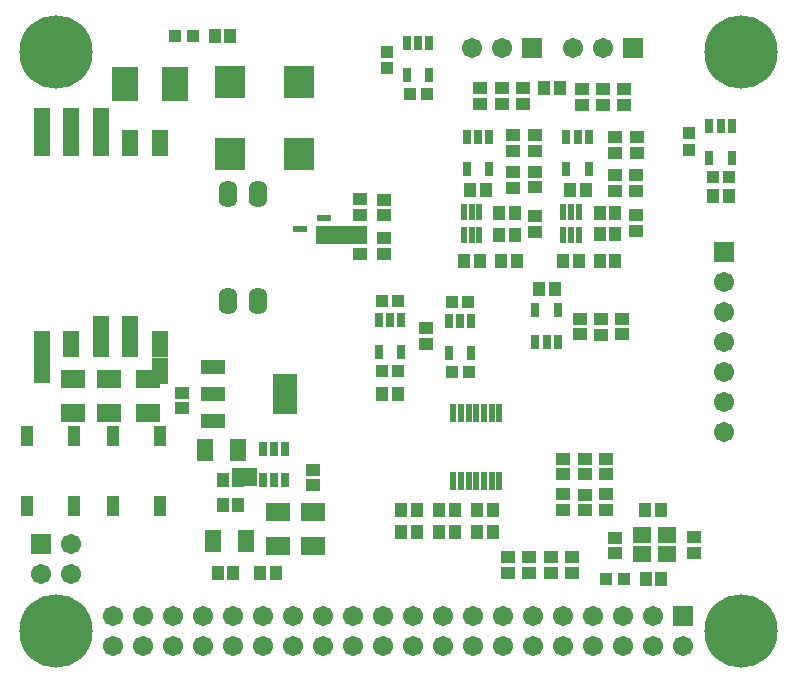
<source format=gts>
G04*
G04 #@! TF.GenerationSoftware,Altium Limited,Altium Designer,20.1.8 (145)*
G04*
G04 Layer_Color=8388736*
%FSLAX44Y44*%
%MOMM*%
G71*
G04*
G04 #@! TF.SameCoordinates,D5C0B3DD-F8AF-49D1-A0DA-DDDA0C0BEC7C*
G04*
G04*
G04 #@! TF.FilePolarity,Negative*
G04*
G01*
G75*
%ADD40R,1.3096X0.5680*%
%ADD43R,1.4616X2.2973*%
%ADD44R,1.1532X1.0532*%
%ADD45R,1.0532X1.1532*%
%ADD46R,1.1032X1.2032*%
%ADD47R,1.0032X1.1032*%
%ADD48R,1.2032X1.1032*%
%ADD49R,0.8032X1.2032*%
%ADD50R,1.1032X1.0032*%
%ADD51R,0.7532X1.2032*%
%ADD52R,1.4732X2.2332*%
%ADD53R,0.6032X1.4032*%
%ADD54R,2.6532X2.7532*%
%ADD55R,1.6032X1.4032*%
%ADD56R,0.5000X1.6000*%
%ADD57R,2.1032X3.4532*%
%ADD58R,2.1032X1.1532*%
%ADD59R,1.4032X1.8532*%
%ADD60R,0.7532X1.2532*%
%ADD61R,1.0032X1.0032*%
%ADD62R,2.0032X1.5032*%
%ADD63R,2.2532X2.9032*%
%ADD64O,1.6032X2.3032*%
%ADD65R,1.1032X1.7032*%
%ADD66C,1.7032*%
%ADD67R,1.7032X1.7032*%
%ADD68R,1.7032X1.7032*%
%ADD69C,6.2032*%
G36*
X1071694Y704878D02*
X1029417D01*
X1028520Y705776D01*
X1028538Y720244D01*
X1071694D01*
Y704878D01*
D02*
G37*
G36*
X977794Y515620D02*
X978204Y515210D01*
Y500729D01*
X977305Y499833D01*
X976912Y499834D01*
X976908Y499830D01*
X957624D01*
Y515470D01*
X957686Y515620D01*
Y515620D01*
X957686D01*
Y515620D01*
X977794D01*
Y515620D01*
D02*
G37*
D40*
X1035050Y708050D02*
D03*
Y727050D02*
D03*
X1014730Y717550D02*
D03*
D43*
X846331Y808904D02*
D03*
X821378Y808933D02*
D03*
X796251Y809137D02*
D03*
X896303Y597848D02*
D03*
X846327Y632854D02*
D03*
X796141Y598751D02*
D03*
X871269Y632807D02*
D03*
D44*
X915352Y565892D02*
D03*
Y578892D02*
D03*
X1299782Y763265D02*
D03*
Y750265D02*
D03*
X1271390Y823026D02*
D03*
Y836026D02*
D03*
X1253347Y836026D02*
D03*
Y823026D02*
D03*
X1299945Y782308D02*
D03*
Y795308D02*
D03*
X1251783Y641870D02*
D03*
Y628870D02*
D03*
X1214041Y753089D02*
D03*
Y766089D02*
D03*
X1203755Y836896D02*
D03*
Y823896D02*
D03*
X1185712Y823896D02*
D03*
Y836896D02*
D03*
X1195549Y797132D02*
D03*
Y784132D02*
D03*
X1086000Y729454D02*
D03*
Y742454D02*
D03*
X1274204Y510034D02*
D03*
Y523034D02*
D03*
X1348371Y443670D02*
D03*
Y456670D02*
D03*
X1274043Y479991D02*
D03*
Y492991D02*
D03*
X1256161Y510034D02*
D03*
Y523034D02*
D03*
X1256001Y492781D02*
D03*
Y479781D02*
D03*
X1237578Y492991D02*
D03*
Y479991D02*
D03*
Y510034D02*
D03*
Y523034D02*
D03*
X1121505Y620572D02*
D03*
Y633572D02*
D03*
X1086067Y696930D02*
D03*
Y709930D02*
D03*
X1065485D02*
D03*
Y696930D02*
D03*
X1191055Y426753D02*
D03*
Y439753D02*
D03*
X1026160Y500750D02*
D03*
Y513750D02*
D03*
X1227140Y439753D02*
D03*
Y426753D02*
D03*
X1209098Y439753D02*
D03*
Y426753D02*
D03*
X1281786Y443518D02*
D03*
Y456518D02*
D03*
X1287868Y628557D02*
D03*
Y641557D02*
D03*
X1245183Y439885D02*
D03*
Y426885D02*
D03*
D45*
X1185322Y690464D02*
D03*
X1198323D02*
D03*
X1268965Y690880D02*
D03*
X1281965D02*
D03*
X1268965Y713508D02*
D03*
X1281965D02*
D03*
X1234798Y837146D02*
D03*
X1221797D02*
D03*
X1183615Y730999D02*
D03*
X1196615D02*
D03*
X1183615Y712957D02*
D03*
X1196615D02*
D03*
X1268965Y731723D02*
D03*
X1281965D02*
D03*
X949810Y504910D02*
D03*
X962810D02*
D03*
X1307569Y421461D02*
D03*
X1320569D02*
D03*
X962810Y484328D02*
D03*
X949810D02*
D03*
X945577Y426740D02*
D03*
X958577D02*
D03*
X942948Y880820D02*
D03*
X955948D02*
D03*
D46*
X1251172Y690880D02*
D03*
X1237672D02*
D03*
X1167530D02*
D03*
X1154030D02*
D03*
X1230490Y667361D02*
D03*
X1216990D02*
D03*
X1159006Y750915D02*
D03*
X1172506D02*
D03*
X1256672D02*
D03*
X1243172D02*
D03*
X1320819Y480047D02*
D03*
X1307319D02*
D03*
X1364244Y745705D02*
D03*
X1377744D02*
D03*
X1132671Y461396D02*
D03*
X1146171D02*
D03*
X1100629Y479438D02*
D03*
X1114129D02*
D03*
X1097680Y577850D02*
D03*
X1084180D02*
D03*
X1178214Y461396D02*
D03*
X1164714D02*
D03*
X1114129D02*
D03*
X1100629D02*
D03*
X1164714Y479438D02*
D03*
X1178214D02*
D03*
X1132671D02*
D03*
X1146171D02*
D03*
X994531Y426563D02*
D03*
X981031D02*
D03*
D47*
X1122060Y831848D02*
D03*
X1108060D02*
D03*
X1378235Y761998D02*
D03*
X1364235D02*
D03*
X1097963Y597280D02*
D03*
X1083963D02*
D03*
X1143769Y596538D02*
D03*
X1157769D02*
D03*
X1143387Y656360D02*
D03*
X1157387D02*
D03*
X1083963Y656864D02*
D03*
X1097963D02*
D03*
D48*
X1281672Y763515D02*
D03*
Y750015D02*
D03*
Y782058D02*
D03*
Y795558D02*
D03*
X1289436Y836276D02*
D03*
Y822776D02*
D03*
X1214157Y729123D02*
D03*
Y715623D02*
D03*
X1195549Y752839D02*
D03*
Y766339D02*
D03*
X1065485Y729493D02*
D03*
Y742993D02*
D03*
X1213591Y783882D02*
D03*
Y797382D02*
D03*
X1299782Y716174D02*
D03*
Y729674D02*
D03*
X1167670Y823646D02*
D03*
Y837146D02*
D03*
X1269825Y628307D02*
D03*
Y641807D02*
D03*
D49*
X1259422Y795958D02*
D03*
X1249922D02*
D03*
X1240422D02*
D03*
Y768958D02*
D03*
X1259422D02*
D03*
X1214240Y622190D02*
D03*
X1223740D02*
D03*
X1233240D02*
D03*
Y649190D02*
D03*
X1214240D02*
D03*
X1175256Y768958D02*
D03*
X1156256D02*
D03*
Y795958D02*
D03*
X1165756D02*
D03*
X1175256D02*
D03*
D50*
X1088268Y867991D02*
D03*
Y853991D02*
D03*
X1344267Y784790D02*
D03*
Y798790D02*
D03*
D51*
X1124560Y875140D02*
D03*
X1115060D02*
D03*
X1105560D02*
D03*
Y848140D02*
D03*
X1124560D02*
D03*
X1380560Y778290D02*
D03*
X1361560D02*
D03*
Y805290D02*
D03*
X1371060D02*
D03*
X1380560D02*
D03*
X1159887Y613068D02*
D03*
X1140887D02*
D03*
Y640068D02*
D03*
X1150387D02*
D03*
X1159887D02*
D03*
X1100463Y640572D02*
D03*
X1090963D02*
D03*
X1081463D02*
D03*
Y613572D02*
D03*
X1100463D02*
D03*
D52*
X796276Y620084D02*
D03*
X896276Y790284D02*
D03*
X871276D02*
D03*
X846276D02*
D03*
X821276D02*
D03*
X796276D02*
D03*
X821276Y620084D02*
D03*
X846276D02*
D03*
X871276D02*
D03*
X896276D02*
D03*
D53*
X1166822Y731873D02*
D03*
X1160322D02*
D03*
X1153822D02*
D03*
Y712873D02*
D03*
X1160322D02*
D03*
X1166822D02*
D03*
X1250922D02*
D03*
X1244422D02*
D03*
X1237922D02*
D03*
Y731873D02*
D03*
X1244422D02*
D03*
X1250922D02*
D03*
D54*
X1014365Y842142D02*
D03*
Y781643D02*
D03*
X955885Y842142D02*
D03*
Y781643D02*
D03*
D55*
X1326079Y442754D02*
D03*
X1304079D02*
D03*
X1326079Y458754D02*
D03*
X1304079D02*
D03*
D56*
X1183772Y562081D02*
D03*
Y504081D02*
D03*
X1177272D02*
D03*
X1170772D02*
D03*
X1177272Y562081D02*
D03*
X1170772D02*
D03*
X1164272D02*
D03*
X1157772D02*
D03*
X1151272D02*
D03*
X1144772D02*
D03*
Y504081D02*
D03*
X1151272D02*
D03*
X1157772D02*
D03*
X1164272D02*
D03*
D57*
X1002050Y577850D02*
D03*
D58*
X941050Y554850D02*
D03*
Y577850D02*
D03*
Y600850D02*
D03*
D59*
X934334Y530860D02*
D03*
X962334D02*
D03*
X969040Y453293D02*
D03*
X941040D02*
D03*
D60*
X1002640Y505160D02*
D03*
X993140D02*
D03*
X983640D02*
D03*
Y531160D02*
D03*
X993140D02*
D03*
X1002640D02*
D03*
D61*
X924440Y881380D02*
D03*
X909440D02*
D03*
X1274286Y421461D02*
D03*
X1289286D02*
D03*
D62*
X822960Y562080D02*
D03*
Y591080D02*
D03*
X886460D02*
D03*
Y562080D02*
D03*
X1025717Y449417D02*
D03*
Y478417D02*
D03*
X996635Y449417D02*
D03*
Y478417D02*
D03*
X853440Y591080D02*
D03*
Y562080D02*
D03*
D63*
X909498Y840143D02*
D03*
X866498D02*
D03*
D64*
X953770Y656810D02*
D03*
X979170D02*
D03*
X953770Y747810D02*
D03*
X979170D02*
D03*
D65*
X896300Y483580D02*
D03*
X856300D02*
D03*
Y542580D02*
D03*
X896300D02*
D03*
X823710D02*
D03*
X783710D02*
D03*
Y483580D02*
D03*
X823710D02*
D03*
D66*
X1374140Y546100D02*
D03*
Y571500D02*
D03*
Y596900D02*
D03*
Y622300D02*
D03*
Y673100D02*
D03*
Y647700D02*
D03*
X1245872Y871220D02*
D03*
X1271272D02*
D03*
X1160427D02*
D03*
X1185827D02*
D03*
X1339310Y364650D02*
D03*
X1313910Y390050D02*
D03*
Y364650D02*
D03*
X1288510Y390050D02*
D03*
Y364650D02*
D03*
X1263110Y390050D02*
D03*
Y364650D02*
D03*
X1237710Y390050D02*
D03*
Y364650D02*
D03*
X1212310Y390050D02*
D03*
Y364650D02*
D03*
X1186910Y390050D02*
D03*
Y364650D02*
D03*
X1161510Y390050D02*
D03*
Y364650D02*
D03*
X1136110Y390050D02*
D03*
Y364650D02*
D03*
X1110710Y390050D02*
D03*
Y364650D02*
D03*
X1085310Y390050D02*
D03*
Y364650D02*
D03*
X1059910Y390050D02*
D03*
Y364650D02*
D03*
X1034510Y390050D02*
D03*
Y364650D02*
D03*
X1009110Y390050D02*
D03*
Y364650D02*
D03*
X983710Y390050D02*
D03*
Y364650D02*
D03*
X958310Y390050D02*
D03*
Y364650D02*
D03*
X856710D02*
D03*
Y390050D02*
D03*
X882110Y364650D02*
D03*
Y390050D02*
D03*
X907510Y364650D02*
D03*
Y390050D02*
D03*
X932910Y364650D02*
D03*
Y390050D02*
D03*
X820710Y426050D02*
D03*
Y451450D02*
D03*
X795310Y426050D02*
D03*
D67*
X1374140Y698500D02*
D03*
D68*
X1296672Y871220D02*
D03*
X1211227D02*
D03*
X1339310Y390050D02*
D03*
X795310Y451450D02*
D03*
D69*
X808010Y867350D02*
D03*
Y377350D02*
D03*
X1388010Y867350D02*
D03*
Y377350D02*
D03*
M02*

</source>
